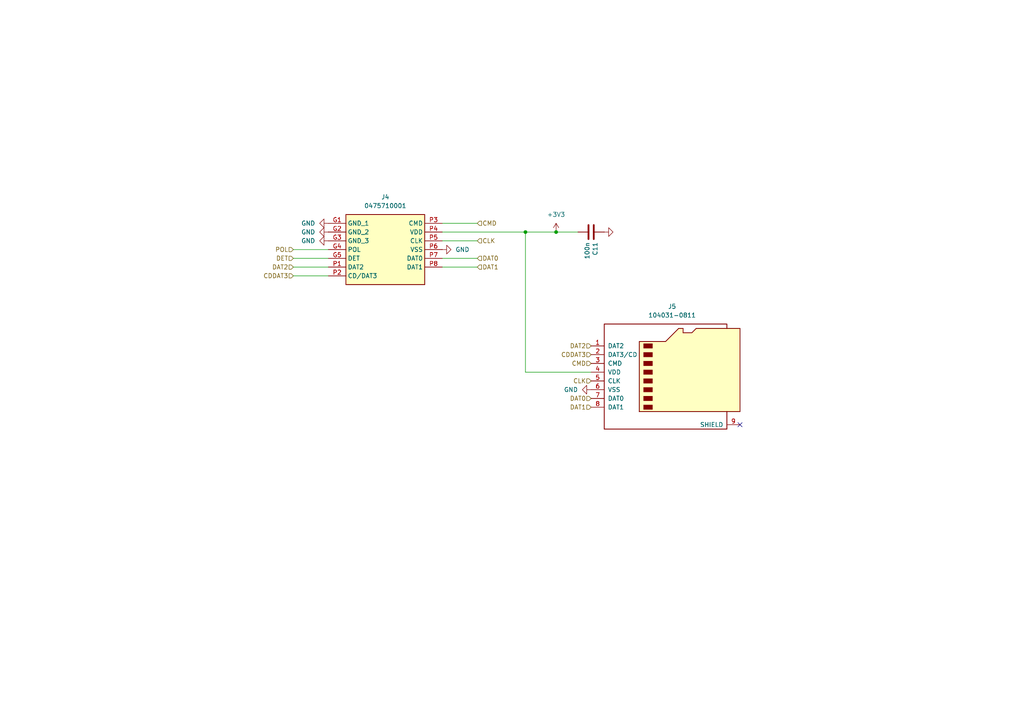
<source format=kicad_sch>
(kicad_sch (version 20250114) (generator "eeschema") (generator_version "9.0")
  (paper "A4")
  (title_block (title "${NAME}") (date "2025-04-29") (rev "${VERSION}") (company "Mikhail Matveev") (comment 1 "https://github.com/rh1tech/echo"))
  (lib_symbols
    (symbol "Connector:Micro_SD_Card" (pin_names (offset 1.016))
      (property "Reference" "J" (at -16.51 15.24 0))
      (property "Value" "Micro_SD_Card" (at 16.51 15.24 0))
      (symbol "Micro_SD_Card_0_1"
        (polyline (pts (xy -8.89 -11.43) (xy -8.89 8.89) (xy -1.27 8.89) (xy 2.54 12.7) (xy 3.81 12.7) (xy 3.81 11.43) (xy 6.35 11.43) (xy 7.62 12.7) (xy 20.32 12.7) (xy 20.32 -11.43) (xy -8.89 -11.43)) (stroke (width 0.254)) (fill (type background)))
        (rectangle (start -7.62 8.255) (end -5.08 6.985) (fill (type outline)))
        (rectangle (start -7.62 5.715) (end -5.08 4.445) (fill (type outline)))
        (rectangle (start -7.62 3.175) (end -5.08 1.905) (fill (type outline)))
        (rectangle (start -7.62 0.635) (end -5.08 -0.635) (fill (type outline)))
        (rectangle (start -7.62 -1.905) (end -5.08 -3.175) (fill (type outline)))
        (rectangle (start -7.62 -4.445) (end -5.08 -5.715) (fill (type outline)))
        (rectangle (start -7.62 -6.985) (end -5.08 -8.255) (fill (type outline)))
        (rectangle (start -7.62 -9.525) (end -5.08 -10.795) (fill (type outline)))
        (polyline (pts (xy 16.51 12.7) (xy 16.51 13.97) (xy -19.05 13.97) (xy -19.05 -16.51) (xy 16.51 -16.51) (xy 16.51 -11.43)) (stroke (width 0.254)))
      )
      (symbol "Micro_SD_Card_1_1"
        (pin bidirectional line (at -22.86 7.62 0) (length 3.81) (name "DAT2") (number "1"))
        (pin bidirectional line (at -22.86 5.08 0) (length 3.81) (name "DAT3/CD") (number "2"))
        (pin input line (at -22.86 2.54 0) (length 3.81) (name "CMD") (number "3"))
        (pin power_in line (at -22.86 0 0) (length 3.81) (name "VDD") (number "4"))
        (pin input line (at -22.86 -2.54 0) (length 3.81) (name "CLK") (number "5"))
        (pin power_in line (at -22.86 -5.08 0) (length 3.81) (name "VSS") (number "6"))
        (pin bidirectional line (at -22.86 -7.62 0) (length 3.81) (name "DAT0") (number "7"))
        (pin bidirectional line (at -22.86 -10.16 0) (length 3.81) (name "DAT1") (number "8"))
        (pin passive line (at 20.32 -15.24 180) (length 3.81) (name "SHIELD") (number "9"))
      )
    )
    (symbol "Device:C" (pin_numbers (hide yes)) (pin_names (offset 0.254))
      (property "Reference" "C" (at 0.635 2.54 0))
      (property "Value" "C" (at 0.635 -2.54 0))
      (symbol "C_0_1"
        (polyline (pts (xy -2.032 0.762) (xy 2.032 0.762)) (stroke (width 0.508)))
        (polyline (pts (xy -2.032 -0.762) (xy 2.032 -0.762)) (stroke (width 0.508)))
      )
      (symbol "C_1_1"
        (pin passive line (at 0 3.81 270) (length 2.794) (name "~") (number "1"))
        (pin passive line (at 0 -3.81 90) (length 2.794) (name "~") (number "2"))
      )
    )
    (symbol "FRANK:MicroSD_Short"
      (property "Reference" "SD1" (at 16.51 7.62 0))
      (property "Value" "MicroSD_Short" (at 16.51 5.08 0))
      (symbol "MicroSD_Short_1_1"
        (rectangle (start 5.08 2.54) (end 27.94 -17.78) (stroke (width 0.254)) (fill (type background)))
        (pin passive line (at 0 0 0) (length 5.08) (name "GND_1") (number "G1"))
        (pin passive line (at 0 -2.54 0) (length 5.08) (name "GND_2") (number "G2"))
        (pin passive line (at 0 -5.08 0) (length 5.08) (name "GND_3") (number "G3"))
        (pin passive line (at 0 -7.62 0) (length 5.08) (name "POL") (number "G4"))
        (pin passive line (at 0 -10.16 0) (length 5.08) (name "DET") (number "G5"))
        (pin passive line (at 0 -12.7 0) (length 5.08) (name "DAT2") (number "P1"))
        (pin passive line (at 0 -15.24 0) (length 5.08) (name "CD/DAT3") (number "P2"))
        (pin passive line (at 33.02 0 180) (length 5.08) (name "CMD") (number "P3"))
        (pin passive line (at 33.02 -2.54 180) (length 5.08) (name "VDD") (number "P4"))
        (pin passive line (at 33.02 -5.08 180) (length 5.08) (name "CLK") (number "P5"))
        (pin passive line (at 33.02 -7.62 180) (length 5.08) (name "VSS") (number "P6"))
        (pin passive line (at 33.02 -10.16 180) (length 5.08) (name "DAT0") (number "P7"))
        (pin passive line (at 33.02 -12.7 180) (length 5.08) (name "DAT1") (number "P8"))
      )
    )
    (symbol "GND_1" (power) (pin_numbers (hide yes)) (pin_names (offset 0) (hide yes))
      (property "Value" "GND" (at 0 -3.81 0))
      (symbol "GND_1_0_1"
        (polyline (pts (xy 0 0) (xy 0 -1.27) (xy 1.27 -1.27) (xy 0 -2.54) (xy -1.27 -1.27) (xy 0 -1.27)))
      )
      (symbol "GND_1_1_1"
        (pin power_in line (at 0 0 270) (length 0) (name "~") (number "1"))
      )
    )
    (symbol "power:+3V3" (power) (pin_numbers (hide yes)) (pin_names (offset 0) (hide yes))
      (property "Value" "+3V3" (at 0 3.556 0))
      (symbol "+3V3_0_1"
        (polyline (pts (xy -0.762 1.27) (xy 0 2.54)))
        (polyline (pts (xy 0 2.54) (xy 0.762 1.27)))
        (polyline (pts (xy 0 0) (xy 0 2.54)))
      )
      (symbol "+3V3_1_1"
        (pin power_in line (at 0 0 90) (length 0) (name "~") (number "1"))
      )
    )
    (symbol "power:GND" (power) (pin_numbers (hide yes)) (pin_names (offset 0) (hide yes))
      (property "Value" "GND" (at 0 -3.81 0))
      (symbol "GND_0_1"
        (polyline (pts (xy 0 0) (xy 0 -1.27) (xy 1.27 -1.27) (xy 0 -2.54) (xy -1.27 -1.27) (xy 0 -1.27)))
      )
      (symbol "GND_1_1"
        (pin power_in line (at 0 0 270) (length 0) (name "~") (number "1"))
      )
    )
  )
  (junction (at 161.29 67.31))
  (junction (at 152.4 67.31))
  (no_connect (at 214.63 123.19))
  (wire (pts (xy 128.27 74.93) (xy 138.43 74.93)))
  (wire (pts (xy 152.4 107.95) (xy 152.4 67.31)))
  (wire (pts (xy 128.27 77.47) (xy 138.43 77.47)))
  (wire (pts (xy 85.09 80.01) (xy 95.25 80.01)))
  (wire (pts (xy 85.09 77.47) (xy 95.25 77.47)))
  (wire (pts (xy 128.27 64.77) (xy 138.43 64.77)))
  (wire (pts (xy 161.29 67.31) (xy 167.64 67.31)))
  (wire (pts (xy 128.27 69.85) (xy 138.43 69.85)))
  (wire (pts (xy 171.45 107.95) (xy 152.4 107.95)))
  (wire (pts (xy 85.09 72.39) (xy 95.25 72.39)))
  (wire (pts (xy 128.27 67.31) (xy 152.4 67.31)))
  (wire (pts (xy 152.4 67.31) (xy 161.29 67.31)))
  (wire (pts (xy 85.09 74.93) (xy 95.25 74.93)))
  (hierarchical_label "CLK" (shape input) (at 138.43 69.85 0))
  (hierarchical_label "DAT0" (shape input) (at 138.43 74.93 0))
  (hierarchical_label "CMD" (shape input) (at 171.45 105.41 180))
  (hierarchical_label "DAT1" (shape input) (at 138.43 77.47 0))
  (hierarchical_label "DAT2" (shape input) (at 171.45 100.33 180))
  (hierarchical_label "DET" (shape input) (at 85.09 74.93 180))
  (hierarchical_label "DAT0" (shape input) (at 171.45 115.57 180))
  (hierarchical_label "DAT1" (shape input) (at 171.45 118.11 180))
  (hierarchical_label "CDDAT3" (shape input) (at 171.45 102.87 180))
  (hierarchical_label "CDDAT3" (shape input) (at 85.09 80.01 180))
  (hierarchical_label "DAT2" (shape input) (at 85.09 77.47 180))
  (hierarchical_label "POL" (shape input) (at 85.09 72.39 180))
  (hierarchical_label "CLK" (shape input) (at 171.45 110.49 180))
  (hierarchical_label "CMD" (shape input) (at 138.43 64.77 0))
  (symbol (lib_id "Device:C") (at 171.45 67.31 270) (unit 1)
    (property "Reference" "C11" (at 172.6184 70.231 0) (effects (justify left)))
    (property "Value" "100n" (at 170.307 70.231 0) (effects (justify left)))
    (property "Footprint" "FRANK:Capacitor (0805)" (effects (hide yes)))
    (property "Datasheet" "https://eu.mouser.com/datasheet/2/40/KGM_X7R-3223212.pdf" (effects (hide yes)))
    (property "AliExpress" "https://www.aliexpress.com/item/33008008276.html" (effects (hide yes)))
    (property "LCSC" "C1711" (effects (hide yes)))
  )
  (symbol (lib_id "power:+3V3") (at 161.29 67.31 0) (unit 1)
    (property "Reference" "#PWR033" (effects (hide yes)))
    (property "Value" "+3V3" (at 161.29 62.23 0))
    (property "Description" "Power symbol creates a global label with name \"+3V3\"" (effects (hide yes)))
  )
  (symbol (lib_id "power:GND") (at 175.26 67.31 90) (unit 1)
    (property "Reference" "#PWR034" (effects (hide yes)))
    (property "Value" "GND" (effects (hide yes)))
    (property "Description" "Power symbol creates a global label with name \"GND\" , ground" (effects (hide yes)))
  )
  (symbol (lib_name "GND_1") (lib_id "power:GND") (at 95.25 67.31 270) (unit 1)
    (property "Reference" "#PWR032" (effects (hide yes)))
    (property "Value" "GND" (at 91.44 67.3099 90) (effects (justify right)))
    (property "Description" "Power symbol creates a global label with name \"GND\" , ground" (effects (hide yes)))
  )
  (symbol (lib_id "FRANK:MicroSD_Short") (at 95.25 64.77 0) (unit 1)
    (property "Reference" "J4" (at 111.76 57.15 0))
    (property "Value" "0475710001" (at 111.76 59.69 0))
    (property "Footprint" "FRANK:MicroSD (SMD, short)" (effects (hide yes)))
    (property "Datasheet" "https://componentsearchengine.com/Datasheets/2/47571-0001.pdf" (effects (hide yes)))
    (property "Description" "Memory Card Connectors ASSY FOR TFR HEADER HEADER W/DETECT PIN" (effects (hide yes)))
    (property "Height" "2.3" (effects (hide yes)))
    (property "Mouser Part Number" "538-47571-0001" (effects (hide yes)))
    (property "Mouser Price/Stock" "https://www.mouser.co.uk/ProductDetail/Molex/47571-0001?qs=qM7ngqbhX5UTJOg9nqKLJQ%3D%3D" (effects (hide yes)))
    (property "Manufacturer_Name" "Molex" (effects (hide yes)))
    (property "Manufacturer_Part_Number" "47571-0001" (effects (hide yes)))
    (property "AliExpress" "https://www.aliexpress.com/item/1005005302426366.html" (effects (hide yes)))
  )
  (symbol (lib_name "GND_1") (lib_id "power:GND") (at 128.27 72.39 90) (unit 1)
    (property "Reference" "#PWR036" (effects (hide yes)))
    (property "Value" "GND" (at 132.08 72.3899 90) (effects (justify right)))
    (property "Description" "Power symbol creates a global label with name \"GND\" , ground" (effects (hide yes)))
  )
  (symbol (lib_id "power:GND") (at 171.45 113.03 270) (unit 1)
    (property "Reference" "#PWR037" (effects (hide yes)))
    (property "Value" "GND" (at 167.64 113.0299 90) (effects (justify right)))
  )
  (symbol (lib_id "Connector:Micro_SD_Card") (at 194.31 107.95 0) (unit 1)
    (property "Reference" "J5" (at 194.945 88.9 0))
    (property "Value" "104031-0811" (at 194.945 91.44 0))
    (property "Footprint" "FRANK:MicroSD (SMD, long)" (effects (hide yes)))
    (property "Datasheet" "https://www.we-online.com/components/products/datasheet/693072010801.pdf" (effects (hide yes)))
    (property "Description" "Micro SD Card Socket" (effects (hide yes)))
    (property "AliExpress" "https://www.aliexpress.com/item/1005004214252441.html" (effects (hide yes)))
  )
  (symbol (lib_name "GND_1") (lib_id "power:GND") (at 95.25 69.85 270) (unit 1)
    (property "Reference" "#PWR035" (effects (hide yes)))
    (property "Value" "GND" (at 91.44 69.8499 90) (effects (justify right)))
    (property "Description" "Power symbol creates a global label with name \"GND\" , ground" (effects (hide yes)))
  )
  (symbol (lib_name "GND_1") (lib_id "power:GND") (at 95.25 64.77 270) (unit 1)
    (property "Reference" "#PWR031" (effects (hide yes)))
    (property "Value" "GND" (at 91.44 64.7699 90) (effects (justify right)))
    (property "Description" "Power symbol creates a global label with name \"GND\" , ground" (effects (hide yes)))
  )
)
</source>
